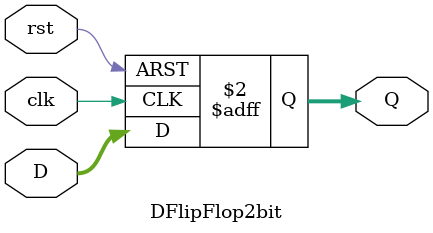
<source format=sv>
module DFlipFlop2bit (
    input logic clk,           // Botón izquierdo (primer botón)
    input logic rst,           // Botón derecho (segundo botón)
    input logic [1:0] D,       // Entradas B1 y B0
    output logic [1:0] Q       // Salida registrada
);

    always_ff @(posedge clk or posedge rst) begin
        if (rst)
            Q <= 2'b00;        // Reset: establecer a 0
        else
            Q <= D;            // Captura en flanco de subida
    end

endmodule

</source>
